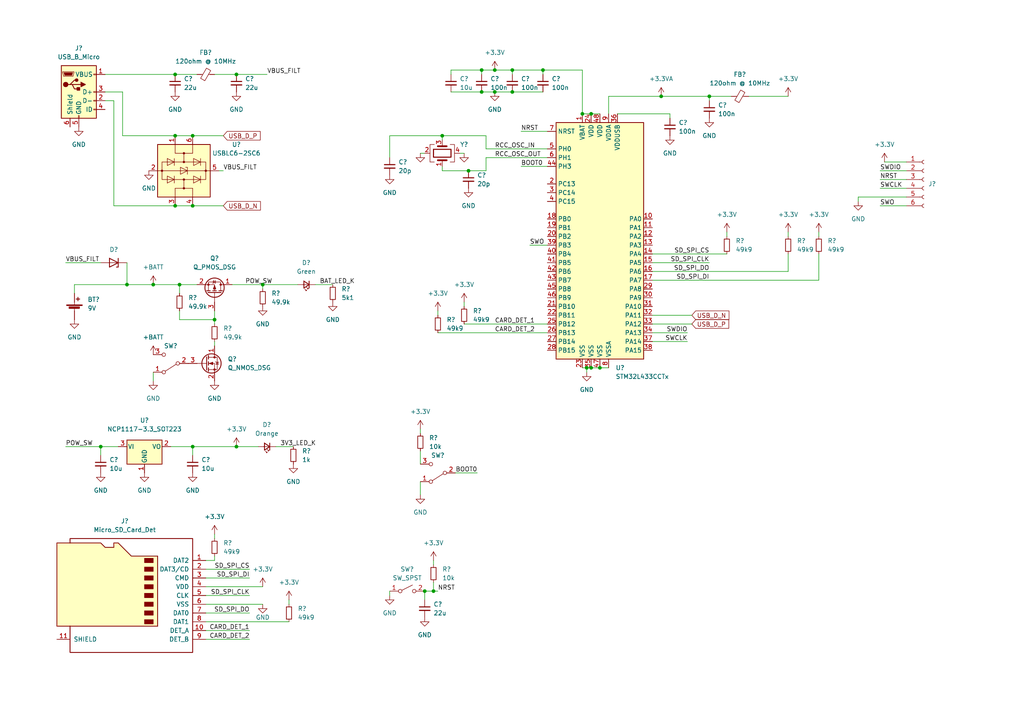
<source format=kicad_sch>
(kicad_sch (version 20211123) (generator eeschema)
  (paper "A4")
  (lib_symbols
    (symbol "Connector:Conn_01x06_Female" (pin_names (offset 1.016) hide)
      (property "Reference" "J" (at 0 7.62 0))
      (property "Value" "Conn_01x06_Female" (at 0 -10.16 0))
      (symbol "Conn_01x06_Female_1_1"
        (arc (start 0 -7.112) (mid -0.508 -7.62) (end 0 -8.128) (stroke (width 0.1524)))
        (arc (start 0 -4.572) (mid -0.508 -5.08) (end 0 -5.588) (stroke (width 0.1524)))
        (arc (start 0 -2.032) (mid -0.508 -2.54) (end 0 -3.048) (stroke (width 0.1524)))
        (polyline (pts (xy -1.27 -7.62) (xy -0.508 -7.62)) (stroke (width 0.1524)))
        (polyline (pts (xy -1.27 -5.08) (xy -0.508 -5.08)) (stroke (width 0.1524)))
        (polyline (pts (xy -1.27 -2.54) (xy -0.508 -2.54)) (stroke (width 0.1524)))
        (polyline (pts (xy -1.27 0) (xy -0.508 0)) (stroke (width 0.1524)))
        (polyline (pts (xy -1.27 2.54) (xy -0.508 2.54)) (stroke (width 0.1524)))
        (polyline (pts (xy -1.27 5.08) (xy -0.508 5.08)) (stroke (width 0.1524)))
        (arc (start 0 0.508) (mid -0.508 0) (end 0 -0.508) (stroke (width 0.1524)))
        (arc (start 0 3.048) (mid -0.508 2.54) (end 0 2.032) (stroke (width 0.1524)))
        (arc (start 0 5.588) (mid -0.508 5.08) (end 0 4.572) (stroke (width 0.1524)))
        (pin passive line (at -5.08 5.08 0) (length 3.81) (name "Pin_1") (number "1"))
        (pin passive line (at -5.08 2.54 0) (length 3.81) (name "Pin_2") (number "2"))
        (pin passive line (at -5.08 0 0) (length 3.81) (name "Pin_3") (number "3"))
        (pin passive line (at -5.08 -2.54 0) (length 3.81) (name "Pin_4") (number "4"))
        (pin passive line (at -5.08 -5.08 0) (length 3.81) (name "Pin_5") (number "5"))
        (pin passive line (at -5.08 -7.62 0) (length 3.81) (name "Pin_6") (number "6"))
      )
    )
    (symbol "Connector:Micro_SD_Card_Det" (pin_names (offset 1.016))
      (property "Reference" "J" (at -16.51 17.78 0))
      (property "Value" "Micro_SD_Card_Det" (at 16.51 17.78 0))
      (symbol "Micro_SD_Card_Det_0_1"
        (rectangle (start -7.62 -6.985) (end -5.08 -8.255) (fill (type outline)))
        (rectangle (start -7.62 -4.445) (end -5.08 -5.715) (fill (type outline)))
        (rectangle (start -7.62 -1.905) (end -5.08 -3.175) (fill (type outline)))
        (rectangle (start -7.62 0.635) (end -5.08 -0.635) (fill (type outline)))
        (rectangle (start -7.62 3.175) (end -5.08 1.905) (fill (type outline)))
        (rectangle (start -7.62 5.715) (end -5.08 4.445) (fill (type outline)))
        (rectangle (start -7.62 8.255) (end -5.08 6.985) (fill (type outline)))
        (rectangle (start -7.62 10.795) (end -5.08 9.525) (fill (type outline)))
        (polyline (pts (xy 16.51 15.24) (xy 16.51 16.51) (xy -19.05 16.51) (xy -19.05 -16.51) (xy 16.51 -16.51) (xy 16.51 -8.89)) (stroke (width 0.254)))
        (polyline (pts (xy -8.89 -8.89) (xy -8.89 11.43) (xy -1.27 11.43) (xy 2.54 15.24) (xy 3.81 15.24) (xy 3.81 13.97) (xy 6.35 13.97) (xy 7.62 15.24) (xy 20.32 15.24) (xy 20.32 -8.89) (xy -8.89 -8.89)) (stroke (width 0.254)) (fill (type background)))
      )
      (symbol "Micro_SD_Card_Det_1_1"
        (pin bidirectional line (at -22.86 10.16 0) (length 3.81) (name "DAT2") (number "1"))
        (pin passive line (at -22.86 -10.16 0) (length 3.81) (name "DET_A") (number "10"))
        (pin passive line (at 20.32 -12.7 180) (length 3.81) (name "SHIELD") (number "11"))
        (pin bidirectional line (at -22.86 7.62 0) (length 3.81) (name "DAT3/CD") (number "2"))
        (pin input line (at -22.86 5.08 0) (length 3.81) (name "CMD") (number "3"))
        (pin power_in line (at -22.86 2.54 0) (length 3.81) (name "VDD") (number "4"))
        (pin input line (at -22.86 0 0) (length 3.81) (name "CLK") (number "5"))
        (pin power_in line (at -22.86 -2.54 0) (length 3.81) (name "VSS") (number "6"))
        (pin bidirectional line (at -22.86 -5.08 0) (length 3.81) (name "DAT0") (number "7"))
        (pin bidirectional line (at -22.86 -7.62 0) (length 3.81) (name "DAT1") (number "8"))
        (pin passive line (at -22.86 -12.7 0) (length 3.81) (name "DET_B") (number "9"))
      )
    )
    (symbol "Connector:USB_B_Micro" (pin_names (offset 1.016))
      (property "Reference" "J" (at -5.08 11.43 0))
      (property "Value" "USB_B_Micro" (at -5.08 8.89 0))
      (symbol "USB_B_Micro_0_1"
        (rectangle (start -5.08 -7.62) (end 5.08 7.62) (stroke (width 0.254)) (fill (type background)))
        (circle (center -3.81 2.159) (radius 0.635) (stroke (width 0.254)) (fill (type outline)))
        (circle (center -0.635 3.429) (radius 0.381) (stroke (width 0.254)) (fill (type outline)))
        (rectangle (start -0.127 -7.62) (end 0.127 -6.858))
        (polyline (pts (xy -1.905 2.159) (xy 0.635 2.159)) (stroke (width 0.254)))
        (polyline (pts (xy -3.175 2.159) (xy -2.54 2.159) (xy -1.27 3.429) (xy -0.635 3.429)) (stroke (width 0.254)))
        (polyline (pts (xy -2.54 2.159) (xy -1.905 2.159) (xy -1.27 0.889) (xy 0 0.889)) (stroke (width 0.254)))
        (polyline (pts (xy 0.635 2.794) (xy 0.635 1.524) (xy 1.905 2.159) (xy 0.635 2.794)) (stroke (width 0.254)) (fill (type outline)))
        (polyline (pts (xy -4.318 5.588) (xy -1.778 5.588) (xy -2.032 4.826) (xy -4.064 4.826) (xy -4.318 5.588)) (fill (type outline)))
        (polyline (pts (xy -4.699 5.842) (xy -4.699 5.588) (xy -4.445 4.826) (xy -4.445 4.572) (xy -1.651 4.572) (xy -1.651 4.826) (xy -1.397 5.588) (xy -1.397 5.842) (xy -4.699 5.842)))
        (rectangle (start 0.254 1.27) (end -0.508 0.508) (stroke (width 0.254)) (fill (type outline)))
        (rectangle (start 5.08 -5.207) (end 4.318 -4.953))
        (rectangle (start 5.08 -2.667) (end 4.318 -2.413))
        (rectangle (start 5.08 -0.127) (end 4.318 0.127))
        (rectangle (start 5.08 4.953) (end 4.318 5.207))
      )
      (symbol "USB_B_Micro_1_1"
        (pin power_out line (at 7.62 5.08 180) (length 2.54) (name "VBUS") (number "1"))
        (pin bidirectional line (at 7.62 -2.54 180) (length 2.54) (name "D-") (number "2"))
        (pin bidirectional line (at 7.62 0 180) (length 2.54) (name "D+") (number "3"))
        (pin passive line (at 7.62 -5.08 180) (length 2.54) (name "ID") (number "4"))
        (pin power_out line (at 0 -10.16 90) (length 2.54) (name "GND") (number "5"))
        (pin passive line (at -2.54 -10.16 90) (length 2.54) (name "Shield") (number "6"))
      )
    )
    (symbol "Device:Battery_Cell" (pin_numbers hide) (pin_names (offset 0) hide)
      (property "Reference" "BT" (at 2.54 2.54 0))
      (property "Value" "Battery_Cell" (at 2.54 0 0))
      (symbol "Battery_Cell_0_1"
        (rectangle (start -2.286 1.778) (end 2.286 1.524) (fill (type outline)))
        (rectangle (start -1.5748 1.1938) (end 1.4732 0.6858) (fill (type outline)))
        (polyline (pts (xy 0 0.762) (xy 0 0)))
        (polyline (pts (xy 0 1.778) (xy 0 2.54)))
        (polyline (pts (xy 0.508 3.429) (xy 1.524 3.429)) (stroke (width 0.254)))
        (polyline (pts (xy 1.016 3.937) (xy 1.016 2.921)) (stroke (width 0.254)))
      )
      (symbol "Battery_Cell_1_1"
        (pin passive line (at 0 5.08 270) (length 2.54) (name "+") (number "1"))
        (pin passive line (at 0 -2.54 90) (length 2.54) (name "-") (number "2"))
      )
    )
    (symbol "Device:C_Small" (pin_numbers hide) (pin_names (offset 0.254) hide)
      (property "Reference" "C" (at 0.254 1.778 0))
      (property "Value" "C_Small" (at 0.254 -2.032 0))
      (symbol "C_Small_0_1"
        (polyline (pts (xy -1.524 -0.508) (xy 1.524 -0.508)) (stroke (width 0.3302)))
        (polyline (pts (xy -1.524 0.508) (xy 1.524 0.508)) (stroke (width 0.3048)))
      )
      (symbol "C_Small_1_1"
        (pin passive line (at 0 2.54 270) (length 2.032) (name "~") (number "1"))
        (pin passive line (at 0 -2.54 90) (length 2.032) (name "~") (number "2"))
      )
    )
    (symbol "Device:Crystal_GND24" (pin_names (offset 1.016) hide)
      (property "Reference" "Y" (at 3.175 5.08 0))
      (property "Value" "Crystal_GND24" (at 3.175 3.175 0))
      (symbol "Crystal_GND24_0_1"
        (rectangle (start -1.143 2.54) (end 1.143 -2.54) (stroke (width 0.3048)))
        (polyline (pts (xy -2.54 0) (xy -2.032 0)))
        (polyline (pts (xy -2.032 -1.27) (xy -2.032 1.27)) (stroke (width 0.508)))
        (polyline (pts (xy 0 -3.81) (xy 0 -3.556)))
        (polyline (pts (xy 0 3.556) (xy 0 3.81)))
        (polyline (pts (xy 2.032 -1.27) (xy 2.032 1.27)) (stroke (width 0.508)))
        (polyline (pts (xy 2.032 0) (xy 2.54 0)))
        (polyline (pts (xy -2.54 -2.286) (xy -2.54 -3.556) (xy 2.54 -3.556) (xy 2.54 -2.286)))
        (polyline (pts (xy -2.54 2.286) (xy -2.54 3.556) (xy 2.54 3.556) (xy 2.54 2.286)))
      )
      (symbol "Crystal_GND24_1_1"
        (pin passive line (at -3.81 0 0) (length 1.27) (name "1") (number "1"))
        (pin passive line (at 0 5.08 270) (length 1.27) (name "2") (number "2"))
        (pin passive line (at 3.81 0 180) (length 1.27) (name "3") (number "3"))
        (pin passive line (at 0 -5.08 90) (length 1.27) (name "4") (number "4"))
      )
    )
    (symbol "Device:D_Zener" (pin_numbers hide) (pin_names (offset 1.016) hide)
      (property "Reference" "D" (at 0 2.54 0))
      (property "Value" "D_Zener" (at 0 -2.54 0))
      (symbol "D_Zener_0_1"
        (polyline (pts (xy 1.27 0) (xy -1.27 0)))
        (polyline (pts (xy -1.27 -1.27) (xy -1.27 1.27) (xy -0.762 1.27)) (stroke (width 0.254)))
        (polyline (pts (xy 1.27 -1.27) (xy 1.27 1.27) (xy -1.27 0) (xy 1.27 -1.27)) (stroke (width 0.254)))
      )
      (symbol "D_Zener_1_1"
        (pin passive line (at -3.81 0 0) (length 2.54) (name "K") (number "1"))
        (pin passive line (at 3.81 0 180) (length 2.54) (name "A") (number "2"))
      )
    )
    (symbol "Device:FerriteBead_Small" (pin_numbers hide) (pin_names (offset 0))
      (property "Reference" "FB" (at 1.905 1.27 0))
      (property "Value" "FerriteBead_Small" (at 1.905 -1.27 0))
      (symbol "FerriteBead_Small_0_1"
        (polyline (pts (xy 0 -1.27) (xy 0 -0.7874)))
        (polyline (pts (xy 0 0.889) (xy 0 1.2954)))
        (polyline (pts (xy -1.8288 0.2794) (xy -1.1176 1.4986) (xy 1.8288 -0.2032) (xy 1.1176 -1.4224) (xy -1.8288 0.2794)))
      )
      (symbol "FerriteBead_Small_1_1"
        (pin passive line (at 0 2.54 270) (length 1.27) (name "~") (number "1"))
        (pin passive line (at 0 -2.54 90) (length 1.27) (name "~") (number "2"))
      )
    )
    (symbol "Device:LED_Small" (pin_numbers hide) (pin_names (offset 0.254) hide)
      (property "Reference" "D" (at -1.27 3.175 0))
      (property "Value" "LED_Small" (at -4.445 -2.54 0))
      (symbol "LED_Small_0_1"
        (polyline (pts (xy -0.762 -1.016) (xy -0.762 1.016)) (stroke (width 0.254)))
        (polyline (pts (xy 1.016 0) (xy -0.762 0)))
        (polyline (pts (xy 0.762 -1.016) (xy -0.762 0) (xy 0.762 1.016) (xy 0.762 -1.016)) (stroke (width 0.254)))
        (polyline (pts (xy 0 0.762) (xy -0.508 1.27) (xy -0.254 1.27) (xy -0.508 1.27) (xy -0.508 1.016)))
        (polyline (pts (xy 0.508 1.27) (xy 0 1.778) (xy 0.254 1.778) (xy 0 1.778) (xy 0 1.524)))
      )
      (symbol "LED_Small_1_1"
        (pin passive line (at -2.54 0 0) (length 1.778) (name "K") (number "1"))
        (pin passive line (at 2.54 0 180) (length 1.778) (name "A") (number "2"))
      )
    )
    (symbol "Device:Q_NMOS_DSG" (pin_names (offset 0) hide)
      (property "Reference" "Q" (at 5.08 1.27 0))
      (property "Value" "Q_NMOS_DSG" (at 5.08 -1.27 0))
      (symbol "Q_NMOS_DSG_0_1"
        (polyline (pts (xy 0.254 0) (xy -2.54 0)))
        (polyline (pts (xy 0.254 1.905) (xy 0.254 -1.905)) (stroke (width 0.254)))
        (polyline (pts (xy 0.762 -1.27) (xy 0.762 -2.286)) (stroke (width 0.254)))
        (polyline (pts (xy 0.762 0.508) (xy 0.762 -0.508)) (stroke (width 0.254)))
        (polyline (pts (xy 0.762 2.286) (xy 0.762 1.27)) (stroke (width 0.254)))
        (polyline (pts (xy 2.54 2.54) (xy 2.54 1.778)))
        (polyline (pts (xy 2.54 -2.54) (xy 2.54 0) (xy 0.762 0)))
        (polyline (pts (xy 0.762 -1.778) (xy 3.302 -1.778) (xy 3.302 1.778) (xy 0.762 1.778)))
        (polyline (pts (xy 1.016 0) (xy 2.032 0.381) (xy 2.032 -0.381) (xy 1.016 0)) (fill (type outline)))
        (polyline (pts (xy 2.794 0.508) (xy 2.921 0.381) (xy 3.683 0.381) (xy 3.81 0.254)))
        (polyline (pts (xy 3.302 0.381) (xy 2.921 -0.254) (xy 3.683 -0.254) (xy 3.302 0.381)))
        (circle (center 1.651 0) (radius 2.794) (stroke (width 0.254)))
        (circle (center 2.54 -1.778) (radius 0.254) (fill (type outline)))
        (circle (center 2.54 1.778) (radius 0.254) (fill (type outline)))
      )
      (symbol "Q_NMOS_DSG_1_1"
        (pin passive line (at 2.54 5.08 270) (length 2.54) (name "D") (number "1"))
        (pin passive line (at 2.54 -5.08 90) (length 2.54) (name "S") (number "2"))
        (pin input line (at -5.08 0 0) (length 2.54) (name "G") (number "3"))
      )
    )
    (symbol "Device:Q_PMOS_DSG" (pin_names (offset 0) hide)
      (property "Reference" "Q" (at 5.08 1.27 0))
      (property "Value" "Q_PMOS_DSG" (at 5.08 -1.27 0))
      (symbol "Q_PMOS_DSG_0_1"
        (polyline (pts (xy 0.254 0) (xy -2.54 0)))
        (polyline (pts (xy 0.254 1.905) (xy 0.254 -1.905)) (stroke (width 0.254)))
        (polyline (pts (xy 0.762 -1.27) (xy 0.762 -2.286)) (stroke (width 0.254)))
        (polyline (pts (xy 0.762 0.508) (xy 0.762 -0.508)) (stroke (width 0.254)))
        (polyline (pts (xy 0.762 2.286) (xy 0.762 1.27)) (stroke (width 0.254)))
        (polyline (pts (xy 2.54 2.54) (xy 2.54 1.778)))
        (polyline (pts (xy 2.54 -2.54) (xy 2.54 0) (xy 0.762 0)))
        (polyline (pts (xy 0.762 1.778) (xy 3.302 1.778) (xy 3.302 -1.778) (xy 0.762 -1.778)))
        (polyline (pts (xy 2.286 0) (xy 1.27 0.381) (xy 1.27 -0.381) (xy 2.286 0)) (fill (type outline)))
        (polyline (pts (xy 2.794 -0.508) (xy 2.921 -0.381) (xy 3.683 -0.381) (xy 3.81 -0.254)))
        (polyline (pts (xy 3.302 -0.381) (xy 2.921 0.254) (xy 3.683 0.254) (xy 3.302 -0.381)))
        (circle (center 1.651 0) (radius 2.794) (stroke (width 0.254)))
        (circle (center 2.54 -1.778) (radius 0.254) (fill (type outline)))
        (circle (center 2.54 1.778) (radius 0.254) (fill (type outline)))
      )
      (symbol "Q_PMOS_DSG_1_1"
        (pin passive line (at 2.54 5.08 270) (length 2.54) (name "D") (number "1"))
        (pin passive line (at 2.54 -5.08 90) (length 2.54) (name "S") (number "2"))
        (pin input line (at -5.08 0 0) (length 2.54) (name "G") (number "3"))
      )
    )
    (symbol "Device:R_Small" (pin_numbers hide) (pin_names (offset 0.254) hide)
      (property "Reference" "R" (at 0.762 0.508 0))
      (property "Value" "R_Small" (at 0.762 -1.016 0))
      (symbol "R_Small_0_1"
        (rectangle (start -0.762 1.778) (end 0.762 -1.778) (stroke (width 0.2032)))
      )
      (symbol "R_Small_1_1"
        (pin passive line (at 0 2.54 270) (length 0.762) (name "~") (number "1"))
        (pin passive line (at 0 -2.54 90) (length 0.762) (name "~") (number "2"))
      )
    )
    (symbol "MCU_ST_STM32L4:STM32L433CCTx"
      (property "Reference" "U" (at -12.7 34.29 0))
      (property "Value" "STM32L433CCTx" (at 7.62 34.29 0))
      (symbol "STM32L433CCTx_0_1"
        (rectangle (start -12.7 -35.56) (end 12.7 33.02) (stroke (width 0.254)) (fill (type background)))
      )
      (symbol "STM32L433CCTx_1_1"
        (pin power_in line (at -5.08 35.56 270) (length 2.54) (name "VBAT") (number "1"))
        (pin bidirectional line (at 15.24 5.08 180) (length 2.54) (name "PA0") (number "10"))
        (pin bidirectional line (at 15.24 2.54 180) (length 2.54) (name "PA1") (number "11"))
        (pin bidirectional line (at 15.24 0 180) (length 2.54) (name "PA2") (number "12"))
        (pin bidirectional line (at 15.24 -2.54 180) (length 2.54) (name "PA3") (number "13"))
        (pin bidirectional line (at 15.24 -5.08 180) (length 2.54) (name "PA4") (number "14"))
        (pin bidirectional line (at 15.24 -7.62 180) (length 2.54) (name "PA5") (number "15"))
        (pin bidirectional line (at 15.24 -10.16 180) (length 2.54) (name "PA6") (number "16"))
        (pin bidirectional line (at 15.24 -12.7 180) (length 2.54) (name "PA7") (number "17"))
        (pin bidirectional line (at -15.24 5.08 0) (length 2.54) (name "PB0") (number "18"))
        (pin bidirectional line (at -15.24 2.54 0) (length 2.54) (name "PB1") (number "19"))
        (pin bidirectional line (at -15.24 15.24 0) (length 2.54) (name "PC13") (number "2"))
        (pin bidirectional line (at -15.24 0 0) (length 2.54) (name "PB2") (number "20"))
        (pin bidirectional line (at -15.24 -20.32 0) (length 2.54) (name "PB10") (number "21"))
        (pin bidirectional line (at -15.24 -22.86 0) (length 2.54) (name "PB11") (number "22"))
        (pin power_in line (at -5.08 -38.1 90) (length 2.54) (name "VSS") (number "23"))
        (pin power_in line (at -2.54 35.56 270) (length 2.54) (name "VDD") (number "24"))
        (pin bidirectional line (at -15.24 -25.4 0) (length 2.54) (name "PB12") (number "25"))
        (pin bidirectional line (at -15.24 -27.94 0) (length 2.54) (name "PB13") (number "26"))
        (pin bidirectional line (at -15.24 -30.48 0) (length 2.54) (name "PB14") (number "27"))
        (pin bidirectional line (at -15.24 -33.02 0) (length 2.54) (name "PB15") (number "28"))
        (pin bidirectional line (at 15.24 -15.24 180) (length 2.54) (name "PA8") (number "29"))
        (pin bidirectional line (at -15.24 12.7 0) (length 2.54) (name "PC14") (number "3"))
        (pin bidirectional line (at 15.24 -17.78 180) (length 2.54) (name "PA9") (number "30"))
        (pin bidirectional line (at 15.24 -20.32 180) (length 2.54) (name "PA10") (number "31"))
        (pin bidirectional line (at 15.24 -22.86 180) (length 2.54) (name "PA11") (number "32"))
        (pin bidirectional line (at 15.24 -25.4 180) (length 2.54) (name "PA12") (number "33"))
        (pin bidirectional line (at 15.24 -27.94 180) (length 2.54) (name "PA13") (number "34"))
        (pin power_in line (at -2.54 -38.1 90) (length 2.54) (name "VSS") (number "35"))
        (pin power_in line (at 5.08 35.56 270) (length 2.54) (name "VDDUSB") (number "36"))
        (pin bidirectional line (at 15.24 -30.48 180) (length 2.54) (name "PA14") (number "37"))
        (pin bidirectional line (at 15.24 -33.02 180) (length 2.54) (name "PA15") (number "38"))
        (pin bidirectional line (at -15.24 -2.54 0) (length 2.54) (name "PB3") (number "39"))
        (pin bidirectional line (at -15.24 10.16 0) (length 2.54) (name "PC15") (number "4"))
        (pin bidirectional line (at -15.24 -5.08 0) (length 2.54) (name "PB4") (number "40"))
        (pin bidirectional line (at -15.24 -7.62 0) (length 2.54) (name "PB5") (number "41"))
        (pin bidirectional line (at -15.24 -10.16 0) (length 2.54) (name "PB6") (number "42"))
        (pin bidirectional line (at -15.24 -12.7 0) (length 2.54) (name "PB7") (number "43"))
        (pin bidirectional line (at -15.24 20.32 0) (length 2.54) (name "PH3") (number "44"))
        (pin bidirectional line (at -15.24 -15.24 0) (length 2.54) (name "PB8") (number "45"))
        (pin bidirectional line (at -15.24 -17.78 0) (length 2.54) (name "PB9") (number "46"))
        (pin power_in line (at 0 -38.1 90) (length 2.54) (name "VSS") (number "47"))
        (pin power_in line (at 0 35.56 270) (length 2.54) (name "VDD") (number "48"))
        (pin input line (at -15.24 25.4 0) (length 2.54) (name "PH0") (number "5"))
        (pin input line (at -15.24 22.86 0) (length 2.54) (name "PH1") (number "6"))
        (pin input line (at -15.24 30.48 0) (length 2.54) (name "NRST") (number "7"))
        (pin power_in line (at 2.54 -38.1 90) (length 2.54) (name "VSSA") (number "8"))
        (pin power_in line (at 2.54 35.56 270) (length 2.54) (name "VDDA") (number "9"))
      )
    )
    (symbol "Power_Protection:USBLC6-2SC6" (pin_names hide)
      (property "Reference" "U" (at 2.54 8.89 0))
      (property "Value" "USBLC6-2SC6" (at 2.54 -8.89 0))
      (symbol "USBLC6-2SC6_0_1"
        (rectangle (start -7.62 -7.62) (end 7.62 7.62) (stroke (width 0.254)) (fill (type background)))
        (circle (center -5.08 0) (radius 0.254) (fill (type outline)))
        (circle (center -2.54 0) (radius 0.254) (fill (type outline)))
        (rectangle (start -2.54 6.35) (end 2.54 -6.35))
        (circle (center 0 -6.35) (radius 0.254) (fill (type outline)))
        (polyline (pts (xy -5.08 -2.54) (xy -7.62 -2.54)))
        (polyline (pts (xy -5.08 0) (xy -5.08 -2.54)))
        (polyline (pts (xy -5.08 2.54) (xy -7.62 2.54)))
        (polyline (pts (xy -1.524 -2.794) (xy -3.556 -2.794)))
        (polyline (pts (xy -1.524 4.826) (xy -3.556 4.826)))
        (polyline (pts (xy 0 -7.62) (xy 0 -6.35)))
        (polyline (pts (xy 0 -6.35) (xy 0 1.27)))
        (polyline (pts (xy 0 1.27) (xy 0 6.35)))
        (polyline (pts (xy 0 6.35) (xy 0 7.62)))
        (polyline (pts (xy 1.524 -2.794) (xy 3.556 -2.794)))
        (polyline (pts (xy 1.524 4.826) (xy 3.556 4.826)))
        (polyline (pts (xy 5.08 -2.54) (xy 7.62 -2.54)))
        (polyline (pts (xy 5.08 0) (xy 5.08 -2.54)))
        (polyline (pts (xy 5.08 2.54) (xy 7.62 2.54)))
        (polyline (pts (xy -2.54 0) (xy -5.08 0) (xy -5.08 2.54)))
        (polyline (pts (xy 2.54 0) (xy 5.08 0) (xy 5.08 2.54)))
        (polyline (pts (xy -3.556 -4.826) (xy -1.524 -4.826) (xy -2.54 -2.794) (xy -3.556 -4.826)))
        (polyline (pts (xy -3.556 2.794) (xy -1.524 2.794) (xy -2.54 4.826) (xy -3.556 2.794)))
        (polyline (pts (xy -1.016 -1.016) (xy 1.016 -1.016) (xy 0 1.016) (xy -1.016 -1.016)))
        (polyline (pts (xy 1.016 1.016) (xy 0.762 1.016) (xy -1.016 1.016) (xy -1.016 0.508)))
        (polyline (pts (xy 3.556 -4.826) (xy 1.524 -4.826) (xy 2.54 -2.794) (xy 3.556 -4.826)))
        (polyline (pts (xy 3.556 2.794) (xy 1.524 2.794) (xy 2.54 4.826) (xy 3.556 2.794)))
        (circle (center 0 6.35) (radius 0.254) (fill (type outline)))
        (circle (center 2.54 0) (radius 0.254) (fill (type outline)))
        (circle (center 5.08 0) (radius 0.254) (fill (type outline)))
      )
      (symbol "USBLC6-2SC6_1_1"
        (pin passive line (at -10.16 -2.54 0) (length 2.54) (name "I/O1") (number "1"))
        (pin passive line (at 0 -10.16 90) (length 2.54) (name "GND") (number "2"))
        (pin passive line (at 10.16 -2.54 180) (length 2.54) (name "I/O2") (number "3"))
        (pin passive line (at 10.16 2.54 180) (length 2.54) (name "I/O2") (number "4"))
        (pin passive line (at 0 10.16 270) (length 2.54) (name "VBUS") (number "5"))
        (pin passive line (at -10.16 2.54 0) (length 2.54) (name "I/O1") (number "6"))
      )
    )
    (symbol "Regulator_Linear:NCP1117-3.3_SOT223" (pin_names (offset 0.254))
      (property "Reference" "U" (at -3.81 3.175 0))
      (property "Value" "NCP1117-3.3_SOT223" (at 0 3.175 0))
      (symbol "NCP1117-3.3_SOT223_0_1"
        (rectangle (start -5.08 -5.08) (end 5.08 1.905) (stroke (width 0.254)) (fill (type background)))
      )
      (symbol "NCP1117-3.3_SOT223_1_1"
        (pin power_in line (at 0 -7.62 90) (length 2.54) (name "GND") (number "1"))
        (pin power_out line (at 7.62 0 180) (length 2.54) (name "VO") (number "2"))
        (pin power_in line (at -7.62 0 0) (length 2.54) (name "VI") (number "3"))
      )
    )
    (symbol "Switch:SW_SPDT" (pin_names (offset 0) hide)
      (property "Reference" "SW" (at 0 4.318 0))
      (property "Value" "SW_SPDT" (at 0 -5.08 0))
      (symbol "SW_SPDT_0_0"
        (circle (center -2.032 0) (radius 0.508))
        (circle (center 2.032 -2.54) (radius 0.508))
      )
      (symbol "SW_SPDT_0_1"
        (polyline (pts (xy -1.524 0.254) (xy 1.651 2.286)))
        (circle (center 2.032 2.54) (radius 0.508))
      )
      (symbol "SW_SPDT_1_1"
        (pin passive line (at 5.08 2.54 180) (length 2.54) (name "A") (number "1"))
        (pin passive line (at -5.08 0 0) (length 2.54) (name "B") (number "2"))
        (pin passive line (at 5.08 -2.54 180) (length 2.54) (name "C") (number "3"))
      )
    )
    (symbol "Switch:SW_SPST" (pin_names (offset 0) hide)
      (property "Reference" "SW" (at 0 3.175 0))
      (property "Value" "SW_SPST" (at 0 -2.54 0))
      (symbol "SW_SPST_0_0"
        (circle (center -2.032 0) (radius 0.508))
        (polyline (pts (xy -1.524 0.254) (xy 1.524 1.778)))
        (circle (center 2.032 0) (radius 0.508))
      )
      (symbol "SW_SPST_1_1"
        (pin passive line (at -5.08 0 0) (length 2.54) (name "A") (number "1"))
        (pin passive line (at 5.08 0 180) (length 2.54) (name "B") (number "2"))
      )
    )
    (symbol "power:+3.3V" (power) (pin_names (offset 0))
      (property "Value" "+3.3V" (at 0 3.556 0))
      (symbol "+3.3V_0_1"
        (polyline (pts (xy -0.762 1.27) (xy 0 2.54)))
        (polyline (pts (xy 0 0) (xy 0 2.54)))
        (polyline (pts (xy 0 2.54) (xy 0.762 1.27)))
      )
      (symbol "+3.3V_1_1"
        (pin power_in line (at 0 0 90) (length 0) hide (name "+3.3V") (number "1"))
      )
    )
    (symbol "power:+3.3VA" (power) (pin_names (offset 0))
      (property "Value" "+3.3VA" (at 0 3.556 0))
      (symbol "+3.3VA_0_1"
        (polyline (pts (xy -0.762 1.27) (xy 0 2.54)))
        (polyline (pts (xy 0 0) (xy 0 2.54)))
        (polyline (pts (xy 0 2.54) (xy 0.762 1.27)))
      )
      (symbol "+3.3VA_1_1"
        (pin power_in line (at 0 0 90) (length 0) hide (name "+3.3VA") (number "1"))
      )
    )
    (symbol "power:+BATT" (power) (pin_names (offset 0))
      (property "Value" "+BATT" (at 0 3.556 0))
      (symbol "+BATT_0_1"
        (polyline (pts (xy -0.762 1.27) (xy 0 2.54)))
        (polyline (pts (xy 0 0) (xy 0 2.54)))
        (polyline (pts (xy 0 2.54) (xy 0.762 1.27)))
      )
      (symbol "+BATT_1_1"
        (pin power_in line (at 0 0 90) (length 0) hide (name "+BATT") (number "1"))
      )
    )
    (symbol "power:GND" (power) (pin_names (offset 0))
      (property "Value" "GND" (at 0 -3.81 0))
      (symbol "GND_0_1"
        (polyline (pts (xy 0 0) (xy 0 -1.27) (xy 1.27 -1.27) (xy 0 -2.54) (xy -1.27 -1.27) (xy 0 -1.27)))
      )
      (symbol "GND_1_1"
        (pin power_in line (at 0 0 270) (length 0) hide (name "GND") (number "1"))
      )
    )
  )
  (junction (at 139.7 20.32))
  (junction (at 148.59 20.32))
  (junction (at 191.77 27.94))
  (junction (at 50.8 39.37))
  (junction (at 171.45 106.68))
  (junction (at 50.8 59.69))
  (junction (at 55.88 39.37))
  (junction (at 139.7 26.67))
  (junction (at 148.59 26.67))
  (junction (at 50.8 21.59))
  (junction (at 135.89 49.53))
  (junction (at 62.23 92.71))
  (junction (at 205.74 27.94))
  (junction (at 76.2 82.55))
  (junction (at 55.88 59.69))
  (junction (at 123.19 171.45))
  (junction (at 170.18 106.68))
  (junction (at 68.58 21.59))
  (junction (at 143.51 20.32))
  (junction (at 29.21 129.54))
  (junction (at 52.07 82.55))
  (junction (at 173.99 106.68))
  (junction (at 143.51 26.67))
  (junction (at 36.83 82.55))
  (junction (at 128.27 39.37))
  (junction (at 171.45 33.02))
  (junction (at 168.91 33.02))
  (junction (at 55.88 129.54))
  (junction (at 68.58 129.54))
  (junction (at 157.48 20.32))
  (junction (at 44.45 82.55))
  (junction (at 125.73 171.45))
  (wire (pts (xy 36.83 76.2) (xy 36.83 82.55)))
  (wire (pts (xy 171.45 33.02) (xy 173.99 33.02)))
  (wire (pts (xy 30.48 21.59) (xy 50.8 21.59)))
  (wire (pts (xy 44.45 107.95) (xy 44.45 110.49)))
  (wire (pts (xy 151.13 48.26) (xy 158.75 48.26)))
  (wire (pts (xy 72.39 177.8) (xy 59.69 177.8)))
  (wire (pts (xy 256.54 46.99) (xy 262.89 46.99)))
  (wire (pts (xy 76.2 82.55) (xy 76.2 83.82)))
  (wire (pts (xy 168.91 106.68) (xy 170.18 106.68)))
  (wire (pts (xy 205.74 27.94) (xy 212.09 27.94)))
  (wire (pts (xy 30.48 26.67) (xy 35.56 26.67)))
  (wire (pts (xy 55.88 59.69) (xy 64.77 59.69)))
  (wire (pts (xy 21.59 85.09) (xy 21.59 82.55)))
  (wire (pts (xy 59.69 162.56) (xy 62.23 162.56)))
  (wire (pts (xy 135.89 49.53) (xy 140.97 49.53)))
  (wire (pts (xy 255.27 59.69) (xy 262.89 59.69)))
  (wire (pts (xy 50.8 21.59) (xy 57.15 21.59)))
  (wire (pts (xy 80.01 129.54) (xy 85.09 129.54)))
  (wire (pts (xy 173.99 106.68) (xy 176.53 106.68)))
  (wire (pts (xy 35.56 26.67) (xy 35.56 39.37)))
  (wire (pts (xy 76.2 82.55) (xy 86.36 82.55)))
  (wire (pts (xy 62.23 99.06) (xy 62.23 100.33)))
  (wire (pts (xy 189.23 73.66) (xy 210.82 73.66)))
  (wire (pts (xy 72.39 172.72) (xy 59.69 172.72)))
  (wire (pts (xy 148.59 20.32) (xy 157.48 20.32)))
  (wire (pts (xy 50.8 39.37) (xy 55.88 39.37)))
  (wire (pts (xy 113.03 172.72) (xy 113.03 171.45)))
  (wire (pts (xy 262.89 57.15) (xy 248.92 57.15)))
  (wire (pts (xy 153.67 71.12) (xy 158.75 71.12)))
  (wire (pts (xy 128.27 49.53) (xy 128.27 48.26)))
  (wire (pts (xy 205.74 27.94) (xy 205.74 29.21)))
  (wire (pts (xy 199.39 99.06) (xy 189.23 99.06)))
  (wire (pts (xy 143.51 20.32) (xy 148.59 20.32)))
  (wire (pts (xy 121.92 143.51) (xy 121.92 139.7)))
  (wire (pts (xy 237.49 81.28) (xy 237.49 73.66)))
  (wire (pts (xy 62.23 90.17) (xy 62.23 92.71)))
  (wire (pts (xy 55.88 129.54) (xy 55.88 132.08)))
  (wire (pts (xy 139.7 20.32) (xy 143.51 20.32)))
  (wire (pts (xy 130.81 20.32) (xy 139.7 20.32)))
  (wire (pts (xy 148.59 20.32) (xy 148.59 21.59)))
  (wire (pts (xy 72.39 165.1) (xy 59.69 165.1)))
  (wire (pts (xy 72.39 167.64) (xy 59.69 167.64)))
  (wire (pts (xy 52.07 82.55) (xy 52.07 85.09)))
  (wire (pts (xy 68.58 129.54) (xy 55.88 129.54)))
  (wire (pts (xy 151.13 38.1) (xy 158.75 38.1)))
  (wire (pts (xy 130.81 26.67) (xy 139.7 26.67)))
  (wire (pts (xy 55.88 39.37) (xy 64.77 39.37)))
  (wire (pts (xy 248.92 57.15) (xy 248.92 58.42)))
  (wire (pts (xy 83.82 173.99) (xy 83.82 175.26)))
  (wire (pts (xy 19.05 76.2) (xy 29.21 76.2)))
  (wire (pts (xy 128.27 39.37) (xy 128.27 40.64)))
  (wire (pts (xy 52.07 82.55) (xy 57.15 82.55)))
  (wire (pts (xy 127 96.52) (xy 158.75 96.52)))
  (wire (pts (xy 168.91 20.32) (xy 168.91 33.02)))
  (wire (pts (xy 176.53 27.94) (xy 191.77 27.94)))
  (wire (pts (xy 128.27 49.53) (xy 135.89 49.53)))
  (wire (pts (xy 64.77 49.53) (xy 63.5 49.53)))
  (wire (pts (xy 113.03 39.37) (xy 113.03 45.72)))
  (wire (pts (xy 140.97 39.37) (xy 140.97 43.18)))
  (wire (pts (xy 210.82 67.31) (xy 210.82 68.58)))
  (wire (pts (xy 139.7 20.32) (xy 139.7 21.59)))
  (wire (pts (xy 33.02 29.21) (xy 33.02 59.69)))
  (wire (pts (xy 125.73 168.91) (xy 125.73 171.45)))
  (wire (pts (xy 121.92 44.45) (xy 123.19 44.45)))
  (wire (pts (xy 157.48 20.32) (xy 168.91 20.32)))
  (wire (pts (xy 128.27 39.37) (xy 113.03 39.37)))
  (wire (pts (xy 68.58 21.59) (xy 77.47 21.59)))
  (wire (pts (xy 59.69 180.34) (xy 83.82 180.34)))
  (wire (pts (xy 49.53 129.54) (xy 55.88 129.54)))
  (wire (pts (xy 59.69 175.26) (xy 76.2 175.26)))
  (wire (pts (xy 127 90.17) (xy 127 91.44)))
  (wire (pts (xy 67.31 82.55) (xy 76.2 82.55)))
  (wire (pts (xy 30.48 29.21) (xy 33.02 29.21)))
  (wire (pts (xy 125.73 162.56) (xy 125.73 163.83)))
  (wire (pts (xy 134.62 87.63) (xy 134.62 88.9)))
  (wire (pts (xy 29.21 132.08) (xy 29.21 129.54)))
  (wire (pts (xy 62.23 93.98) (xy 62.23 92.71)))
  (wire (pts (xy 62.23 21.59) (xy 68.58 21.59)))
  (wire (pts (xy 29.21 129.54) (xy 34.29 129.54)))
  (wire (pts (xy 140.97 45.72) (xy 158.75 45.72)))
  (wire (pts (xy 128.27 39.37) (xy 140.97 39.37)))
  (wire (pts (xy 123.19 171.45) (xy 125.73 171.45)))
  (wire (pts (xy 189.23 78.74) (xy 228.6 78.74)))
  (wire (pts (xy 170.18 107.95) (xy 170.18 106.68)))
  (wire (pts (xy 158.75 43.18) (xy 140.97 43.18)))
  (wire (pts (xy 143.51 26.67) (xy 148.59 26.67)))
  (wire (pts (xy 59.69 170.18) (xy 76.2 170.18)))
  (wire (pts (xy 179.07 33.02) (xy 194.31 33.02)))
  (wire (pts (xy 134.62 93.98) (xy 158.75 93.98)))
  (wire (pts (xy 52.07 92.71) (xy 62.23 92.71)))
  (wire (pts (xy 170.18 106.68) (xy 171.45 106.68)))
  (wire (pts (xy 139.7 26.67) (xy 143.51 26.67)))
  (wire (pts (xy 72.39 185.42) (xy 59.69 185.42)))
  (wire (pts (xy 194.31 33.02) (xy 194.31 34.29)))
  (wire (pts (xy 228.6 67.31) (xy 228.6 68.58)))
  (wire (pts (xy 33.02 59.69) (xy 50.8 59.69)))
  (wire (pts (xy 189.23 81.28) (xy 237.49 81.28)))
  (wire (pts (xy 123.19 173.99) (xy 123.19 171.45)))
  (wire (pts (xy 21.59 82.55) (xy 36.83 82.55)))
  (wire (pts (xy 36.83 82.55) (xy 44.45 82.55)))
  (wire (pts (xy 255.27 49.53) (xy 262.89 49.53)))
  (wire (pts (xy 130.81 21.59) (xy 130.81 20.32)))
  (wire (pts (xy 52.07 90.17) (xy 52.07 92.71)))
  (wire (pts (xy 62.23 154.94) (xy 62.23 156.21)))
  (wire (pts (xy 157.48 21.59) (xy 157.48 20.32)))
  (wire (pts (xy 44.45 82.55) (xy 52.07 82.55)))
  (wire (pts (xy 50.8 59.69) (xy 55.88 59.69)))
  (wire (pts (xy 125.73 171.45) (xy 127 171.45)))
  (wire (pts (xy 191.77 27.94) (xy 205.74 27.94)))
  (wire (pts (xy 176.53 33.02) (xy 176.53 27.94)))
  (wire (pts (xy 121.92 130.81) (xy 121.92 134.62)))
  (wire (pts (xy 148.59 26.67) (xy 157.48 26.67)))
  (wire (pts (xy 72.39 182.88) (xy 59.69 182.88)))
  (wire (pts (xy 200.66 91.44) (xy 189.23 91.44)))
  (wire (pts (xy 237.49 67.31) (xy 237.49 68.58)))
  (wire (pts (xy 19.05 129.54) (xy 29.21 129.54)))
  (wire (pts (xy 217.17 27.94) (xy 228.6 27.94)))
  (wire (pts (xy 199.39 96.52) (xy 189.23 96.52)))
  (wire (pts (xy 205.74 76.2) (xy 189.23 76.2)))
  (wire (pts (xy 255.27 52.07) (xy 262.89 52.07)))
  (wire (pts (xy 228.6 78.74) (xy 228.6 73.66)))
  (wire (pts (xy 140.97 49.53) (xy 140.97 45.72)))
  (wire (pts (xy 134.62 44.45) (xy 133.35 44.45)))
  (wire (pts (xy 91.44 82.55) (xy 96.52 82.55)))
  (wire (pts (xy 68.58 129.54) (xy 74.93 129.54)))
  (wire (pts (xy 132.08 137.16) (xy 138.43 137.16)))
  (wire (pts (xy 168.91 33.02) (xy 171.45 33.02)))
  (wire (pts (xy 35.56 39.37) (xy 50.8 39.37)))
  (wire (pts (xy 62.23 162.56) (xy 62.23 161.29)))
  (wire (pts (xy 171.45 106.68) (xy 173.99 106.68)))
  (wire (pts (xy 121.92 124.46) (xy 121.92 125.73)))
  (wire (pts (xy 200.66 93.98) (xy 189.23 93.98)))
  (wire (pts (xy 255.27 54.61) (xy 262.89 54.61)))
  (label "POW_SW" (at 71.12 82.55 0))
  (label "SD_SPI_DO" (at 205.74 78.74 180))
  (label "SWDIO" (at 199.39 96.52 180))
  (label "RCC_OSC_IN" (at 143.51 43.18 0))
  (label "VBUS_FILT" (at 77.47 21.59 0))
  (label "SD_SPI_CLK" (at 205.74 76.2 180))
  (label "CARD_DET_2" (at 143.51 96.52 0))
  (label "SD_SPI_DI" (at 72.39 167.64 180))
  (label "CARD_DET_1" (at 72.39 182.88 180))
  (label "POW_SW" (at 19.05 129.54 0))
  (label "SD_SPI_DO" (at 72.39 177.8 180))
  (label "NRST" (at 127 171.45 0))
  (label "SWCLK" (at 255.27 54.61 0))
  (label "NRST" (at 151.13 38.1 0))
  (label "SD_SPI_CS" (at 205.74 73.66 180))
  (label "SD_SPI_CLK" (at 72.39 172.72 180))
  (label "VBUS_FILT" (at 64.77 49.53 0))
  (label "SWO" (at 255.27 59.69 0))
  (label "SWCLK" (at 199.39 99.06 180))
  (label "SD_SPI_DI" (at 205.74 81.28 180))
  (label "CARD_DET_2" (at 72.39 185.42 180))
  (label "NRST" (at 255.27 52.07 0))
  (label "3V3_LED_K" (at 81.28 129.54 0))
  (label "SWO" (at 153.67 71.12 0))
  (label "CARD_DET_1" (at 143.51 93.98 0))
  (label "VBUS_FILT" (at 19.05 76.2 0))
  (label "BOOT0" (at 151.13 48.26 0))
  (label "RCC_OSC_OUT" (at 143.51 45.72 0))
  (label "SWDIO" (at 255.27 49.53 0))
  (label "BAT_LED_K" (at 92.71 82.55 0))
  (label "BOOT0" (at 138.43 137.16 180))
  (label "SD_SPI_CS" (at 72.39 165.1 180))
  (global_label "USB_D_N" (shape input) (at 200.66 91.44 0) (property "Intersheet References" "${INTERSHEET_REFS}" (effects hide)))
  (global_label "USB_D_P" (shape input) (at 200.66 93.98 0) (property "Intersheet References" "${INTERSHEET_REFS}" (effects hide)))
  (global_label "USB_D_P" (shape input) (at 64.77 39.37 0) (property "Intersheet References" "${INTERSHEET_REFS}" (effects hide)))
  (global_label "USB_D_N" (shape input) (at 64.77 59.69 0) (property "Intersheet References" "${INTERSHEET_REFS}" (effects hide)))
  (symbol (lib_id "power:GND") (at 248.92 58.42 0) (unit 1)
    (property "Reference" "#PWR?" (effects hide))
    (property "Value" "GND" (at 248.92 63.5 0))
  )
  (symbol (lib_id "power:GND") (at 68.58 26.67 0) (unit 1)
    (property "Reference" "#PWR?" (effects hide))
    (property "Value" "GND" (at 68.58 31.75 0))
  )
  (symbol (lib_id "power:GND") (at 123.19 179.07 0) (unit 1)
    (property "Reference" "#PWR?" (effects hide))
    (property "Value" "GND" (at 123.19 184.15 0))
  )
  (symbol (lib_id "Device:C_Small") (at 148.59 24.13 0) (unit 1)
    (property "Reference" "C?" (at 151.13 22.8662 0) (effects (justify left)))
    (property "Value" "100n" (at 151.13 25.4062 0) (effects (justify left)))
  )
  (symbol (lib_id "Device:R_Small") (at 237.49 71.12 0) (unit 1)
    (property "Reference" "R?" (at 240.03 69.8499 0) (effects (justify left)))
    (property "Value" "49k9" (at 240.03 72.3899 0) (effects (justify left)))
  )
  (symbol (lib_id "Device:D_Zener") (at 33.02 76.2 180) (unit 1)
    (property "Reference" "D?" (at 33.02 72.39 0))
    (property "Value" "D_Zener" (effects hide))
  )
  (symbol (lib_id "power:+3.3V") (at 228.6 27.94 0) (unit 1)
    (property "Reference" "#PWR?" (effects hide))
    (property "Value" "+3.3V" (at 228.6 22.86 0))
  )
  (symbol (lib_id "Device:R_Small") (at 96.52 85.09 0) (unit 1)
    (property "Reference" "R?" (at 99.06 83.8199 0) (effects (justify left)))
    (property "Value" "5k1" (at 99.06 86.3599 0) (effects (justify left)))
  )
  (symbol (lib_id "power:+3.3V") (at 256.54 46.99 0) (unit 1)
    (property "Reference" "#PWR?" (effects hide))
    (property "Value" "+3.3V" (at 256.54 41.91 0))
  )
  (symbol (lib_id "Device:C_Small") (at 29.21 134.62 0) (unit 1)
    (property "Reference" "C?" (at 31.75 133.3562 0) (effects (justify left)))
    (property "Value" "10u" (at 31.75 135.8962 0) (effects (justify left)))
  )
  (symbol (lib_id "power:GND") (at 134.62 44.45 0) (unit 1)
    (property "Reference" "#PWR?" (effects hide))
    (property "Value" "GND" (effects hide))
  )
  (symbol (lib_id "power:GND") (at 22.86 36.83 0) (unit 1)
    (property "Reference" "#PWR?" (effects hide))
    (property "Value" "GND" (at 22.86 41.91 0))
  )
  (symbol (lib_id "Device:C_Small") (at 55.88 134.62 0) (unit 1)
    (property "Reference" "C?" (at 58.42 133.3562 0) (effects (justify left)))
    (property "Value" "10u" (at 58.42 135.8962 0) (effects (justify left)))
  )
  (symbol (lib_id "Regulator_Linear:NCP1117-3.3_SOT223") (at 41.91 129.54 0) (unit 1)
    (property "Reference" "U?" (at 41.91 121.92 0))
    (property "Value" "NCP1117-3.3_SOT223" (at 41.91 124.46 0))
    (property "Footprint" "Package_TO_SOT_SMD:SOT-223-3_TabPin2" (effects hide))
    (property "Datasheet" "http://www.onsemi.com/pub_link/Collateral/NCP1117-D.PDF" (effects hide))
    (property "MPN" "NCP1117LPST33T3G" (effects hide))
  )
  (symbol (lib_id "Device:R_Small") (at 125.73 166.37 0) (unit 1)
    (property "Reference" "R?" (at 128.27 165.0999 0) (effects (justify left)))
    (property "Value" "10k" (at 128.27 167.6399 0) (effects (justify left)))
  )
  (symbol (lib_id "Connector:Micro_SD_Card_Det") (at 36.83 172.72 0) (mirror y) (unit 1)
    (property "Reference" "J?" (at 36.195 151.13 0))
    (property "Value" "Micro_SD_Card_Det" (at 36.195 153.67 0))
    (property "Footprint" "Connector_Card:microSD_HC_Hirose_DM3AT-SF-PEJM5" (effects hide))
    (property "Datasheet" "https://www.hirose.com/product/en/download_file/key_name/DM3/category/Catalog/doc_file_id/49662/?file_category_id=4&item_id=195&is_series=1" (effects hide))
    (property "MPN" "DM3AT-SF-PEJM5" (effects hide))
  )
  (symbol (lib_id "Device:C_Small") (at 113.03 48.26 0) (unit 1)
    (property "Reference" "C?" (at 115.57 46.9962 0) (effects (justify left)))
    (property "Value" "20p" (at 115.57 49.5362 0) (effects (justify left)))
  )
  (symbol (lib_id "Switch:SW_SPDT") (at 127 137.16 180) (unit 1)
    (property "Reference" "SW?" (at 127 132.08 0))
    (property "Value" "SW_SPDT" (effects hide))
  )
  (symbol (lib_id "Device:R_Small") (at 210.82 71.12 0) (unit 1)
    (property "Reference" "R?" (at 213.36 69.8499 0) (effects (justify left)))
    (property "Value" "49k9" (at 213.36 72.3899 0) (effects (justify left)))
  )
  (symbol (lib_id "Device:Q_NMOS_DSG") (at 59.69 105.41 0) (unit 1)
    (property "Reference" "Q?" (at 66.04 104.1399 0) (effects (justify left)))
    (property "Value" "Q_NMOS_DSG" (at 66.04 106.6799 0) (effects (justify left)))
  )
  (symbol (lib_id "power:GND") (at 194.31 39.37 0) (unit 1)
    (property "Reference" "#PWR?" (effects hide))
    (property "Value" "GND" (at 194.31 44.45 0))
  )
  (symbol (lib_id "power:GND") (at 143.51 26.67 0) (unit 1)
    (property "Reference" "#PWR?" (effects hide))
    (property "Value" "GND" (at 143.51 31.75 0))
  )
  (symbol (lib_id "Device:R_Small") (at 62.23 158.75 0) (unit 1)
    (property "Reference" "R?" (at 64.77 157.4799 0) (effects (justify left)))
    (property "Value" "49k9" (at 64.77 160.0199 0) (effects (justify left)))
  )
  (symbol (lib_id "power:+3.3V") (at 237.49 67.31 0) (unit 1)
    (property "Reference" "#PWR?" (effects hide))
    (property "Value" "+3.3V" (at 237.49 62.23 0))
  )
  (symbol (lib_id "Connector:Conn_01x06_Female") (at 267.97 52.07 0) (unit 1)
    (property "Reference" "J?" (at 269.24 53.3399 0) (effects (justify left)))
    (property "Value" "Conn_01x06_Female" (effects hide))
    (property "Footprint" "libraries:Tag-Connect_TC2030-IDC-FP_2x03_P1.27mm_Vertical" (effects hide))
  )
  (symbol (lib_id "power:GND") (at 29.21 137.16 0) (unit 1)
    (property "Reference" "#PWR?" (effects hide))
    (property "Value" "GND" (at 29.21 142.24 0))
  )
  (symbol (lib_id "Device:C_Small") (at 139.7 24.13 0) (unit 1)
    (property "Reference" "C?" (at 142.24 22.8662 0) (effects (justify left)))
    (property "Value" "100n" (at 142.24 25.4062 0) (effects (justify left)))
  )
  (symbol (lib_id "Device:Crystal_GND24") (at 128.27 44.45 90) (unit 1)
    (property "Reference" "Y?" (at 134.62 41.91 90))
    (property "Value" "Crystal_GND24" (effects hide))
  )
  (symbol (lib_id "Device:Battery_Cell") (at 21.59 90.17 0) (unit 1)
    (property "Reference" "BT?" (at 25.4 86.8679 0) (effects (justify left)))
    (property "Value" "9V" (at 25.4 89.4079 0) (effects (justify left)))
    (property "Footprint" "Battery:BatteryHolder_MPD_BA9VPC_1xPP3" (effects hide))
    (property "MPN" "BA9VPC" (effects hide))
  )
  (symbol (lib_id "power:GND") (at 113.03 50.8 0) (unit 1)
    (property "Reference" "#PWR?" (effects hide))
    (property "Value" "GND" (at 113.03 55.88 0))
  )
  (symbol (lib_id "power:GND") (at 121.92 44.45 0) (unit 1)
    (property "Reference" "#PWR?" (effects hide))
    (property "Value" "GND" (effects hide))
  )
  (symbol (lib_id "power:+3.3V") (at 121.92 124.46 0) (unit 1)
    (property "Reference" "#PWR?" (effects hide))
    (property "Value" "+3.3V" (at 121.92 119.38 0))
  )
  (symbol (lib_id "Device:C_Small") (at 50.8 24.13 0) (unit 1)
    (property "Reference" "C?" (at 53.34 22.8662 0) (effects (justify left)))
    (property "Value" "22u" (at 53.34 25.4062 0) (effects (justify left)))
  )
  (symbol (lib_id "power:GND") (at 21.59 92.71 0) (unit 1)
    (property "Reference" "#PWR?" (effects hide))
    (property "Value" "GND" (at 21.59 97.79 0))
  )
  (symbol (lib_id "Device:R_Small") (at 134.62 91.44 0) (unit 1)
    (property "Reference" "R?" (at 137.16 90.1699 0) (effects (justify left)))
    (property "Value" "49k9" (at 137.16 92.7099 0) (effects (justify left)))
  )
  (symbol (lib_id "power:+3.3V") (at 125.73 162.56 0) (unit 1)
    (property "Reference" "#PWR?" (effects hide))
    (property "Value" "+3.3V" (at 125.73 157.48 0))
  )
  (symbol (lib_id "power:GND") (at 76.2 88.9 0) (unit 1)
    (property "Reference" "#PWR?" (effects hide))
    (property "Value" "GND" (at 76.2 93.98 0))
  )
  (symbol (lib_id "power:+3.3V") (at 228.6 67.31 0) (unit 1)
    (property "Reference" "#PWR?" (effects hide))
    (property "Value" "+3.3V" (at 228.6 62.23 0))
  )
  (symbol (lib_id "Device:C_Small") (at 130.81 24.13 0) (unit 1)
    (property "Reference" "C?" (at 133.35 22.8662 0) (effects (justify left)))
    (property "Value" "10u" (at 133.35 25.4062 0) (effects (justify left)))
  )
  (symbol (lib_id "power:+BATT") (at 44.45 82.55 0) (unit 1)
    (property "Reference" "#PWR?" (effects hide))
    (property "Value" "+BATT" (at 44.45 77.47 0))
  )
  (symbol (lib_id "power:+3.3V") (at 127 90.17 0) (unit 1)
    (property "Reference" "#PWR?" (effects hide))
    (property "Value" "+3.3V" (at 127 85.09 0))
  )
  (symbol (lib_id "Switch:SW_SPDT") (at 49.53 105.41 180) (unit 1)
    (property "Reference" "SW?" (at 49.53 100.33 0))
    (property "Value" "SW_SPDT" (effects hide))
  )
  (symbol (lib_id "power:+3.3V") (at 143.51 20.32 0) (unit 1)
    (property "Reference" "#PWR?" (effects hide))
    (property "Value" "+3.3V" (at 143.51 15.24 0))
  )
  (symbol (lib_id "power:+3.3V") (at 134.62 87.63 0) (unit 1)
    (property "Reference" "#PWR?" (effects hide))
    (property "Value" "+3.3V" (at 134.62 82.55 0))
  )
  (symbol (lib_id "power:GND") (at 44.45 110.49 0) (unit 1)
    (property "Reference" "#PWR?" (effects hide))
    (property "Value" "GND" (at 44.45 115.57 0))
  )
  (symbol (lib_id "power:GND") (at 85.09 134.62 0) (unit 1)
    (property "Reference" "#PWR?" (effects hide))
    (property "Value" "GND" (at 85.09 139.7 0))
  )
  (symbol (lib_id "power:+3.3VA") (at 191.77 27.94 0) (unit 1)
    (property "Reference" "#PWR?" (effects hide))
    (property "Value" "+3.3VA" (at 191.77 22.86 0))
  )
  (symbol (lib_id "Device:LED_Small") (at 77.47 129.54 180) (unit 1)
    (property "Reference" "D?" (at 77.4065 123.19 0))
    (property "Value" "Orange" (at 77.4065 125.73 0))
  )
  (symbol (lib_id "power:GND") (at 62.23 110.49 0) (unit 1)
    (property "Reference" "#PWR?" (effects hide))
    (property "Value" "GND" (at 62.23 115.57 0))
  )
  (symbol (lib_id "Device:C_Small") (at 157.48 24.13 0) (unit 1)
    (property "Reference" "C?" (at 160.02 22.8662 0) (effects (justify left)))
    (property "Value" "100n" (at 160.02 25.4062 0) (effects (justify left)))
  )
  (symbol (lib_id "power:GND") (at 76.2 175.26 0) (unit 1)
    (property "Reference" "#PWR?" (effects hide))
    (property "Value" "GND" (at 76.2 179.07 0))
  )
  (symbol (lib_id "power:GND") (at 55.88 137.16 0) (unit 1)
    (property "Reference" "#PWR?" (effects hide))
    (property "Value" "GND" (at 55.88 142.24 0))
  )
  (symbol (lib_id "Device:R_Small") (at 76.2 86.36 0) (unit 1)
    (property "Reference" "R?" (at 78.74 85.0899 0) (effects (justify left)))
    (property "Value" "49.9k" (at 78.74 87.6299 0) (effects (justify left)))
  )
  (symbol (lib_id "Device:C_Small") (at 205.74 31.75 0) (mirror y) (unit 1)
    (property "Reference" "C?" (at 208.28 30.4862 0) (effects (justify right)))
    (property "Value" "100n" (at 208.28 33.0262 0) (effects (justify right)))
  )
  (symbol (lib_id "Device:R_Small") (at 121.92 128.27 0) (unit 1)
    (property "Reference" "R?" (at 124.46 126.9999 0) (effects (justify left)))
    (property "Value" "10k" (at 124.46 129.5399 0) (effects (justify left)))
  )
  (symbol (lib_id "Connector:USB_B_Micro") (at 22.86 26.67 0) (unit 1)
    (property "Reference" "J?" (at 22.86 13.97 0))
    (property "Value" "USB_B_Micro" (at 22.86 16.51 0))
    (property "Footprint" "Connector_USB:USB_Micro-B_Amphenol_10103594-0001LF_Horizontal" (effects hide))
    (property "MPN" "10103594-0001LF" (effects hide))
  )
  (symbol (lib_id "power:+3.3V") (at 83.82 173.99 0) (unit 1)
    (property "Reference" "#PWR?" (effects hide))
    (property "Value" "+3.3V" (at 83.82 168.91 0))
  )
  (symbol (lib_id "Device:C_Small") (at 135.89 52.07 0) (unit 1)
    (property "Reference" "C?" (at 138.43 50.8062 0) (effects (justify left)))
    (property "Value" "20p" (at 138.43 53.3462 0) (effects (justify left)))
  )
  (symbol (lib_id "power:GND") (at 96.52 87.63 0) (unit 1)
    (property "Reference" "#PWR?" (effects hide))
    (property "Value" "GND" (at 96.52 92.71 0))
  )
  (symbol (lib_id "Device:R_Small") (at 52.07 87.63 0) (unit 1)
    (property "Reference" "R?" (at 54.61 86.3599 0) (effects (justify left)))
    (property "Value" "49.9k" (at 54.61 88.8999 0) (effects (justify left)))
  )
  (symbol (lib_id "power:GND") (at 121.92 143.51 0) (unit 1)
    (property "Reference" "#PWR?" (effects hide))
    (property "Value" "GND" (at 121.92 148.59 0))
  )
  (symbol (lib_id "power:GND") (at 50.8 26.67 0) (unit 1)
    (property "Reference" "#PWR?" (effects hide))
    (property "Value" "GND" (at 50.8 31.75 0))
  )
  (symbol (lib_id "power:GND") (at 41.91 137.16 0) (unit 1)
    (property "Reference" "#PWR?" (effects hide))
    (property "Value" "GND" (at 41.91 142.24 0))
  )
  (symbol (lib_id "Device:FerriteBead_Small") (at 214.63 27.94 90) (unit 1)
    (property "Reference" "FB?" (at 214.5919 21.59 90))
    (property "Value" "120ohm @ 10MHz" (at 214.5919 24.13 90))
  )
  (symbol (lib_id "power:+BATT") (at 44.45 102.87 0) (unit 1)
    (property "Reference" "#PWR?" (effects hide))
    (property "Value" "+BATT" (at 44.45 97.79 0))
  )
  (symbol (lib_id "Device:Q_PMOS_DSG") (at 62.23 85.09 270) (mirror x) (unit 1)
    (property "Reference" "Q?" (at 62.23 74.93 90))
    (property "Value" "Q_PMOS_DSG" (at 62.23 77.47 90))
  )
  (symbol (lib_id "power:GND") (at 170.18 107.95 0) (unit 1)
    (property "Reference" "#PWR?" (effects hide))
    (property "Value" "GND" (at 170.18 113.03 0))
  )
  (symbol (lib_id "MCU_ST_STM32L4:STM32L433CCTx") (at 173.99 68.58 0) (unit 1)
    (property "Reference" "U?" (at 178.5494 106.68 0) (effects (justify left)))
    (property "Value" "STM32L433CCTx" (at 178.5494 109.22 0) (effects (justify left)))
    (property "Footprint" "Package_QFP:LQFP-48_7x7mm_P0.5mm" (effects hide))
    (property "Datasheet" "http://www.st.com/st-web-ui/static/active/en/resource/technical/document/datasheet/DM00257192.pdf" (effects hide))
    (property "MPN" "STM32L433CCT3" (effects hide))
  )
  (symbol (lib_id "Device:LED_Small") (at 88.9 82.55 180) (unit 1)
    (property "Reference" "D?" (at 88.8365 76.2 0))
    (property "Value" "Green" (at 88.8365 78.74 0))
  )
  (symbol (lib_id "Device:R_Small") (at 85.09 132.08 0) (unit 1)
    (property "Reference" "R?" (at 87.63 130.8099 0) (effects (justify left)))
    (property "Value" "1k" (at 87.63 133.3499 0) (effects (justify left)))
  )
  (symbol (lib_id "power:GND") (at 205.74 34.29 0) (unit 1)
    (property "Reference" "#PWR?" (effects hide))
    (property "Value" "GND" (at 205.74 39.37 0))
  )
  (symbol (lib_id "power:GND") (at 113.03 172.72 0) (unit 1)
    (property "Reference" "#PWR?" (effects hide))
    (property "Value" "GND" (at 113.03 177.8 0))
  )
  (symbol (lib_id "Device:C_Small") (at 68.58 24.13 0) (unit 1)
    (property "Reference" "C?" (at 71.12 22.8662 0) (effects (justify left)))
    (property "Value" "22u" (at 71.12 25.4062 0) (effects (justify left)))
  )
  (symbol (lib_id "Device:FerriteBead_Small") (at 59.69 21.59 90) (unit 1)
    (property "Reference" "FB?" (at 59.6519 15.24 90))
    (property "Value" "120ohm @ 10MHz" (at 59.6519 17.78 90))
  )
  (symbol (lib_id "power:GND") (at 43.18 49.53 0) (unit 1)
    (property "Reference" "#PWR?" (effects hide))
    (property "Value" "GND" (at 43.18 54.61 0))
  )
  (symbol (lib_id "power:+3.3V") (at 210.82 67.31 0) (unit 1)
    (property "Reference" "#PWR?" (effects hide))
    (property "Value" "+3.3V" (at 210.82 62.23 0))
  )
  (symbol (lib_id "Device:C_Small") (at 194.31 36.83 0) (mirror y) (unit 1)
    (property "Reference" "C?" (at 196.85 35.5662 0) (effects (justify right)))
    (property "Value" "100n" (at 196.85 38.1062 0) (effects (justify right)))
  )
  (symbol (lib_id "Device:R_Small") (at 228.6 71.12 0) (unit 1)
    (property "Reference" "R?" (at 231.14 69.8499 0) (effects (justify left)))
    (property "Value" "49k9" (at 231.14 72.3899 0) (effects (justify left)))
  )
  (symbol (lib_id "power:+3.3V") (at 76.2 170.18 0) (unit 1)
    (property "Reference" "#PWR?" (effects hide))
    (property "Value" "+3.3V" (at 76.2 165.1 0))
  )
  (symbol (lib_id "Device:R_Small") (at 83.82 177.8 0) (unit 1)
    (property "Reference" "R?" (at 86.36 176.5299 0) (effects (justify left)))
    (property "Value" "49k9" (at 86.36 179.0699 0) (effects (justify left)))
  )
  (symbol (lib_id "Device:R_Small") (at 127 93.98 0) (unit 1)
    (property "Reference" "R?" (at 129.54 92.7099 0) (effects (justify left)))
    (property "Value" "49k9" (at 129.54 95.2499 0) (effects (justify left)))
  )
  (symbol (lib_id "Device:C_Small") (at 123.19 176.53 0) (unit 1)
    (property "Reference" "C?" (at 125.73 175.2662 0) (effects (justify left)))
    (property "Value" "22u" (at 125.73 177.8062 0) (effects (justify left)))
  )
  (symbol (lib_id "power:+3.3V") (at 68.58 129.54 0) (unit 1)
    (property "Reference" "#PWR?" (effects hide))
    (property "Value" "+3.3V" (at 68.58 124.46 0))
  )
  (symbol (lib_id "power:+3.3V") (at 62.23 154.94 0) (unit 1)
    (property "Reference" "#PWR?" (effects hide))
    (property "Value" "+3.3V" (at 62.23 149.86 0))
  )
  (symbol (lib_id "power:GND") (at 135.89 54.61 0) (unit 1)
    (property "Reference" "#PWR?" (effects hide))
    (property "Value" "GND" (at 135.89 59.69 0))
  )
  (symbol (lib_id "Power_Protection:USBLC6-2SC6") (at 53.34 49.53 270) (unit 1)
    (property "Reference" "U?" (at 68.58 41.91 90))
    (property "Value" "USBLC6-2SC6" (at 68.58 44.45 90))
    (property "Footprint" "Package_TO_SOT_SMD:SOT-23-6" (effects hide))
    (property "Datasheet" "https://www.st.com/resource/en/datasheet/usblc6-2.pdf" (effects hide))
    (property "MPN" "USBLC6-2SC6" (effects hide))
  )
  (symbol (lib_id "Switch:SW_SPST") (at 118.11 171.45 0) (unit 1)
    (property "Reference" "SW?" (at 118.11 165.1 0))
    (property "Value" "SW_SPST" (at 118.11 167.64 0))
  )
  (symbol (lib_id "Device:R_Small") (at 62.23 96.52 0) (unit 1)
    (property "Reference" "R?" (at 64.77 95.2499 0) (effects (justify left)))
    (property "Value" "49.9k" (at 64.77 97.7899 0) (effects (justify left)))
  )
)
</source>
